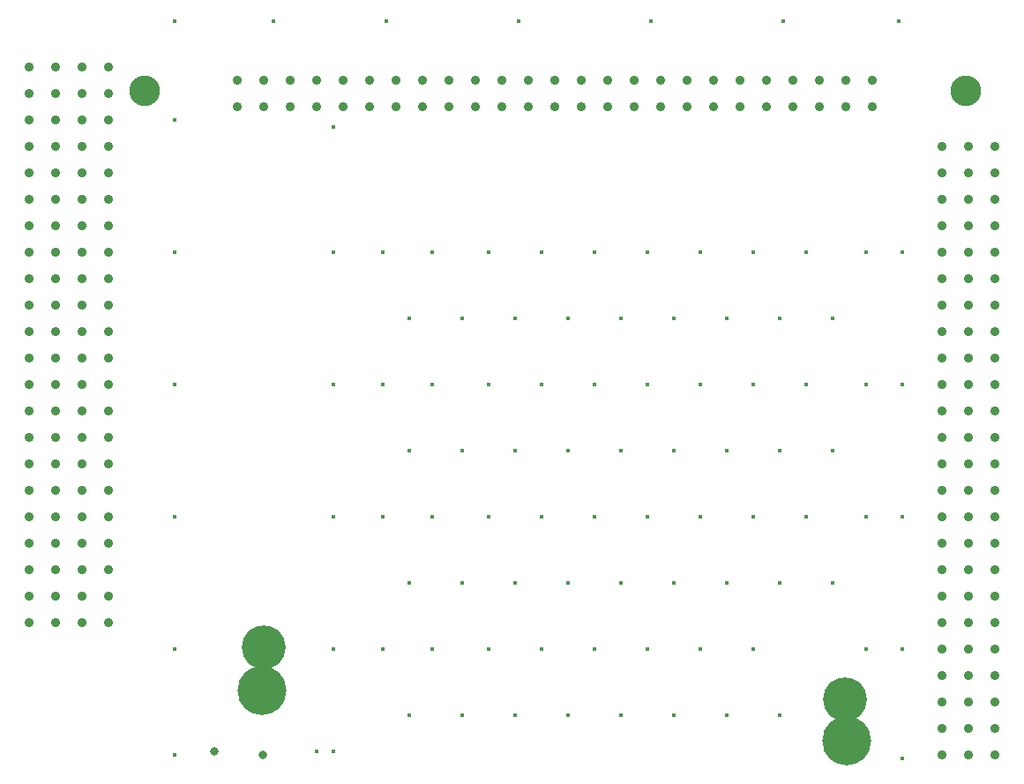
<source format=gbr>
G04 DesignSpark PCB PRO Gerber Version 10.0 Build 5299*
G04 #@! TF.Part,Single*
G04 #@! TF.FilePolarity,Positive*
%FSLAX35Y35*%
%MOIN*%
G04 #@! TA.AperFunction,ViaDrill*
%ADD26C,0.01600*%
%ADD148C,0.03200*%
G04 #@! TA.AperFunction,ComponentDrill*
%ADD76C,0.03500*%
G04 #@! TA.AperFunction,MechanicalDrill*
%ADD72C,0.03543*%
G04 #@! TA.AperFunction,ComponentDrill*
%ADD145C,0.11600*%
G04 #@! TA.AperFunction,MechanicalDrill*
%ADD28C,0.16535*%
%ADD27C,0.18504*%
G04 #@! TD.AperFunction*
X0Y0D02*
D02*
D26*
X122485Y67207D03*
Y107207D03*
Y157207D03*
Y207207D03*
Y257207D03*
Y307207D03*
Y344707D03*
X159985D03*
X176022Y68457D03*
X182485D03*
Y107207D03*
Y157207D03*
Y207207D03*
Y257207D03*
Y304707D03*
X201235Y107207D03*
Y157207D03*
Y207207D03*
Y257207D03*
X202485Y344707D03*
X211235Y82207D03*
Y132207D03*
Y182207D03*
Y232207D03*
X219985Y107207D03*
Y157207D03*
Y207207D03*
Y257207D03*
X231235Y82207D03*
Y132207D03*
Y182207D03*
Y232207D03*
X241235Y107207D03*
Y157207D03*
Y207207D03*
Y257207D03*
X251235Y82207D03*
Y132207D03*
Y182207D03*
Y232207D03*
X252485Y344707D03*
X261235Y107207D03*
Y157207D03*
Y207207D03*
Y257207D03*
X271235Y82207D03*
Y132207D03*
Y182207D03*
Y232207D03*
X281235Y107207D03*
Y157207D03*
Y207207D03*
Y257207D03*
X291235Y82207D03*
Y132207D03*
Y182207D03*
Y232207D03*
X301235Y107207D03*
Y157207D03*
Y207207D03*
Y257207D03*
X302485Y344707D03*
X311235Y82207D03*
Y132207D03*
Y182207D03*
Y232207D03*
X321235Y107207D03*
Y157207D03*
Y207207D03*
Y257207D03*
X331235Y82207D03*
Y132207D03*
Y182207D03*
Y232207D03*
X341235Y107207D03*
Y157207D03*
Y207207D03*
Y257207D03*
X351235Y82207D03*
Y132207D03*
Y182207D03*
Y232207D03*
X352485Y344707D03*
X361235Y157207D03*
Y207207D03*
Y257207D03*
X371235Y132207D03*
Y182207D03*
Y232207D03*
X383735Y107207D03*
Y157207D03*
Y207207D03*
Y257207D03*
X396235Y344707D03*
X397485Y65957D03*
Y107207D03*
Y157207D03*
Y207207D03*
Y257207D03*
D02*
D27*
X155437Y91459D03*
X376540Y72561D03*
D02*
D28*
X156264Y107994D03*
X375713Y88309D03*
D02*
D72*
X67485Y117207D03*
Y127207D03*
Y137207D03*
Y147207D03*
Y157207D03*
Y167207D03*
Y177207D03*
Y187207D03*
Y197207D03*
Y207207D03*
Y217207D03*
Y227207D03*
Y237207D03*
Y247207D03*
Y257207D03*
Y267207D03*
Y277207D03*
Y287207D03*
Y297207D03*
Y307207D03*
Y317207D03*
Y327207D03*
X77485Y117207D03*
Y127207D03*
Y137207D03*
Y147207D03*
Y157207D03*
Y167207D03*
Y177207D03*
Y187207D03*
Y197207D03*
Y207207D03*
Y217207D03*
Y227207D03*
Y237207D03*
Y247207D03*
Y257207D03*
Y267207D03*
Y277207D03*
Y287207D03*
Y297207D03*
Y307207D03*
Y317207D03*
Y327207D03*
X87485Y117207D03*
Y127207D03*
Y137207D03*
Y147207D03*
Y157207D03*
Y167207D03*
Y177207D03*
Y187207D03*
Y197207D03*
Y207207D03*
Y217207D03*
Y227207D03*
Y237207D03*
Y247207D03*
Y257207D03*
Y267207D03*
Y277207D03*
Y287207D03*
Y297207D03*
Y307207D03*
Y317207D03*
Y327207D03*
X97485Y117207D03*
Y127207D03*
Y137207D03*
Y147207D03*
Y157207D03*
Y167207D03*
Y177207D03*
Y187207D03*
Y197207D03*
Y207207D03*
Y217207D03*
Y227207D03*
Y237207D03*
Y247207D03*
Y257207D03*
Y267207D03*
Y277207D03*
Y287207D03*
Y297207D03*
Y307207D03*
Y317207D03*
Y327207D03*
X412485Y67207D03*
Y77207D03*
Y87207D03*
Y97207D03*
Y107207D03*
Y117207D03*
Y127207D03*
Y137207D03*
Y147207D03*
Y157207D03*
Y167207D03*
Y177207D03*
Y187207D03*
Y197207D03*
Y207207D03*
Y217207D03*
Y227207D03*
Y237207D03*
Y247207D03*
Y257207D03*
Y267207D03*
Y277207D03*
Y287207D03*
Y297207D03*
X422485Y67207D03*
Y77207D03*
Y87207D03*
Y97207D03*
Y107207D03*
Y117207D03*
Y127207D03*
Y137207D03*
Y147207D03*
Y157207D03*
Y167207D03*
Y177207D03*
Y187207D03*
Y197207D03*
Y207207D03*
Y217207D03*
Y227207D03*
Y237207D03*
Y247207D03*
Y257207D03*
Y267207D03*
Y277207D03*
Y287207D03*
Y297207D03*
X432485Y67207D03*
Y77207D03*
Y87207D03*
Y97207D03*
Y107207D03*
Y117207D03*
Y127207D03*
Y137207D03*
Y147207D03*
Y157207D03*
Y167207D03*
Y177207D03*
Y187207D03*
Y197207D03*
Y207207D03*
Y217207D03*
Y227207D03*
Y237207D03*
Y247207D03*
Y257207D03*
Y267207D03*
Y277207D03*
Y287207D03*
Y297207D03*
D02*
D76*
X146235Y312207D03*
Y322207D03*
X156235Y312207D03*
Y322207D03*
X166235Y312207D03*
Y322207D03*
X176235Y312207D03*
Y322207D03*
X186235Y312207D03*
Y322207D03*
X196235Y312207D03*
Y322207D03*
X206235Y312207D03*
Y322207D03*
X216235Y312207D03*
Y322207D03*
X226235Y312207D03*
Y322207D03*
X236235Y312207D03*
Y322207D03*
X246235Y312207D03*
Y322207D03*
X256235Y312207D03*
Y322207D03*
X266235Y312207D03*
Y322207D03*
X276235Y312207D03*
Y322207D03*
X286235Y312207D03*
Y322207D03*
X296235Y312207D03*
Y322207D03*
X306235Y312207D03*
Y322207D03*
X316235Y312207D03*
Y322207D03*
X326235Y312207D03*
Y322207D03*
X336235Y312207D03*
Y322207D03*
X346235Y312207D03*
Y322207D03*
X356235Y312207D03*
Y322207D03*
X366235Y312207D03*
Y322207D03*
X376235Y312207D03*
Y322207D03*
X386235Y312207D03*
Y322207D03*
D02*
D145*
X111035Y318207D03*
X421435D03*
D02*
D148*
X137485Y68457D03*
X155989Y67207D03*
X0Y0D02*
M02*

</source>
